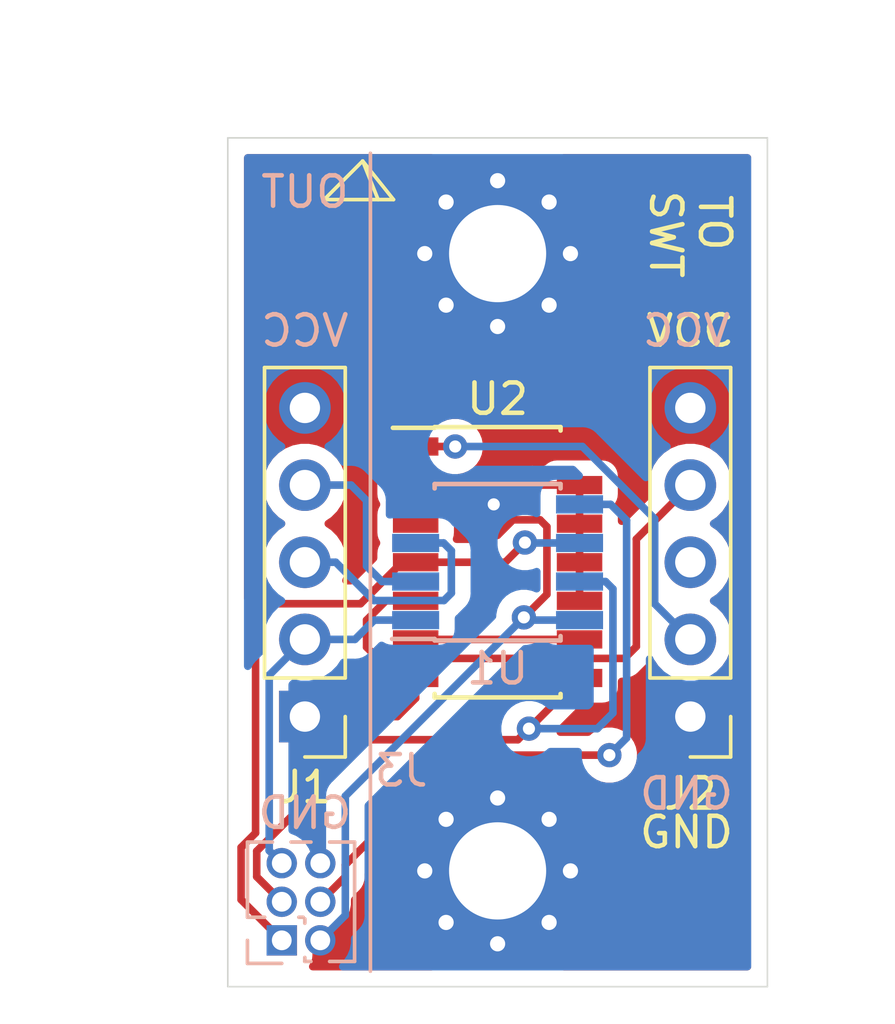
<source format=kicad_pcb>
(kicad_pcb (version 20171130) (host pcbnew "(5.1.10)-1")

  (general
    (thickness 1.6)
    (drawings 19)
    (tracks 101)
    (zones 0)
    (modules 7)
    (nets 14)
  )

  (page A4)
  (layers
    (0 F.Cu signal)
    (31 B.Cu signal)
    (32 B.Adhes user)
    (33 F.Adhes user)
    (34 B.Paste user)
    (35 F.Paste user)
    (36 B.SilkS user)
    (37 F.SilkS user)
    (38 B.Mask user)
    (39 F.Mask user)
    (40 Dwgs.User user)
    (41 Cmts.User user)
    (42 Eco1.User user)
    (43 Eco2.User user)
    (44 Edge.Cuts user)
    (45 Margin user)
    (46 B.CrtYd user)
    (47 F.CrtYd user)
    (48 B.Fab user)
    (49 F.Fab user)
  )

  (setup
    (last_trace_width 0.25)
    (user_trace_width 0.5)
    (trace_clearance 0.2)
    (zone_clearance 0.508)
    (zone_45_only no)
    (trace_min 0.2)
    (via_size 0.8)
    (via_drill 0.4)
    (via_min_size 0.4)
    (via_min_drill 0.3)
    (uvia_size 0.3)
    (uvia_drill 0.1)
    (uvias_allowed no)
    (uvia_min_size 0.2)
    (uvia_min_drill 0.1)
    (edge_width 0.05)
    (segment_width 0.2)
    (pcb_text_width 0.3)
    (pcb_text_size 1.5 1.5)
    (mod_edge_width 0.12)
    (mod_text_size 1 1)
    (mod_text_width 0.15)
    (pad_size 1.524 1.524)
    (pad_drill 0.762)
    (pad_to_mask_clearance 0)
    (aux_axis_origin 0 0)
    (visible_elements 7FFFFFFF)
    (pcbplotparams
      (layerselection 0x010fc_ffffffff)
      (usegerberextensions false)
      (usegerberattributes true)
      (usegerberadvancedattributes true)
      (creategerberjobfile true)
      (excludeedgelayer true)
      (linewidth 0.100000)
      (plotframeref false)
      (viasonmask false)
      (mode 1)
      (useauxorigin false)
      (hpglpennumber 1)
      (hpglpenspeed 20)
      (hpglpendiameter 15.000000)
      (psnegative false)
      (psa4output false)
      (plotreference true)
      (plotvalue true)
      (plotinvisibletext false)
      (padsonsilk false)
      (subtractmaskfromsilk false)
      (outputformat 1)
      (mirror false)
      (drillshape 0)
      (scaleselection 1)
      (outputdirectory "gerberlogic/"))
  )

  (net 0 "")
  (net 1 GND)
  (net 2 VCC)
  (net 3 "Net-(J2-Pad2)")
  (net 4 "Net-(J2-Pad4)")
  (net 5 "Net-(J1-Pad3)")
  (net 6 "Net-(J1-Pad4)")
  (net 7 "Net-(J2-Pad3)")
  (net 8 ISP_RST)
  (net 9 ISP_MISO)
  (net 10 ISP_SCK)
  (net 11 ISP_MOSI)
  (net 12 "Net-(U2-Pad2)")
  (net 13 "Net-(U2-Pad6)")

  (net_class Default "This is the default net class."
    (clearance 0.2)
    (trace_width 0.25)
    (via_dia 0.8)
    (via_drill 0.4)
    (uvia_dia 0.3)
    (uvia_drill 0.1)
    (add_net GND)
    (add_net ISP_MISO)
    (add_net ISP_MOSI)
    (add_net ISP_RST)
    (add_net ISP_SCK)
    (add_net "Net-(J1-Pad3)")
    (add_net "Net-(J1-Pad4)")
    (add_net "Net-(J2-Pad2)")
    (add_net "Net-(J2-Pad3)")
    (add_net "Net-(J2-Pad4)")
    (add_net "Net-(U2-Pad2)")
    (add_net "Net-(U2-Pad6)")
    (add_net VCC)
  )

  (module Housings_SOIC:SOIC-14_3.9x8.7mm_Pitch1.27mm (layer F.Cu) (tedit 58CC8F64) (tstamp 613DA5D3)
    (at 173.355 105.41)
    (descr "14-Lead Plastic Small Outline (SL) - Narrow, 3.90 mm Body [SOIC] (see Microchip Packaging Specification 00000049BS.pdf)")
    (tags "SOIC 1.27")
    (path /613A2DDC)
    (attr smd)
    (fp_text reference U2 (at 0 -5.375) (layer F.SilkS)
      (effects (font (size 1 1) (thickness 0.15)))
    )
    (fp_text value 74LS14 (at 0 5.375) (layer F.Fab)
      (effects (font (size 1 1) (thickness 0.15)))
    )
    (fp_line (start -2.075 -4.425) (end -3.45 -4.425) (layer F.SilkS) (width 0.15))
    (fp_line (start -2.075 4.45) (end 2.075 4.45) (layer F.SilkS) (width 0.15))
    (fp_line (start -2.075 -4.45) (end 2.075 -4.45) (layer F.SilkS) (width 0.15))
    (fp_line (start -2.075 4.45) (end -2.075 4.335) (layer F.SilkS) (width 0.15))
    (fp_line (start 2.075 4.45) (end 2.075 4.335) (layer F.SilkS) (width 0.15))
    (fp_line (start 2.075 -4.45) (end 2.075 -4.335) (layer F.SilkS) (width 0.15))
    (fp_line (start -2.075 -4.45) (end -2.075 -4.425) (layer F.SilkS) (width 0.15))
    (fp_line (start -3.7 4.65) (end 3.7 4.65) (layer F.CrtYd) (width 0.05))
    (fp_line (start -3.7 -4.65) (end 3.7 -4.65) (layer F.CrtYd) (width 0.05))
    (fp_line (start 3.7 -4.65) (end 3.7 4.65) (layer F.CrtYd) (width 0.05))
    (fp_line (start -3.7 -4.65) (end -3.7 4.65) (layer F.CrtYd) (width 0.05))
    (fp_line (start -1.95 -3.35) (end -0.95 -4.35) (layer F.Fab) (width 0.15))
    (fp_line (start -1.95 4.35) (end -1.95 -3.35) (layer F.Fab) (width 0.15))
    (fp_line (start 1.95 4.35) (end -1.95 4.35) (layer F.Fab) (width 0.15))
    (fp_line (start 1.95 -4.35) (end 1.95 4.35) (layer F.Fab) (width 0.15))
    (fp_line (start -0.95 -4.35) (end 1.95 -4.35) (layer F.Fab) (width 0.15))
    (fp_text user %R (at 0 0) (layer F.Fab)
      (effects (font (size 0.9 0.9) (thickness 0.135)))
    )
    (pad 1 smd rect (at -2.7 -3.81) (size 1.5 0.6) (layers F.Cu F.Paste F.Mask)
      (net 3 "Net-(J2-Pad2)"))
    (pad 2 smd rect (at -2.7 -2.54) (size 1.5 0.6) (layers F.Cu F.Paste F.Mask)
      (net 12 "Net-(U2-Pad2)"))
    (pad 3 smd rect (at -2.7 -1.27) (size 1.5 0.6) (layers F.Cu F.Paste F.Mask)
      (net 12 "Net-(U2-Pad2)"))
    (pad 4 smd rect (at -2.7 0) (size 1.5 0.6) (layers F.Cu F.Paste F.Mask)
      (net 9 ISP_MISO))
    (pad 5 smd rect (at -2.7 1.27) (size 1.5 0.6) (layers F.Cu F.Paste F.Mask)
      (net 4 "Net-(J2-Pad4)"))
    (pad 6 smd rect (at -2.7 2.54) (size 1.5 0.6) (layers F.Cu F.Paste F.Mask)
      (net 13 "Net-(U2-Pad6)"))
    (pad 7 smd rect (at -2.7 3.81) (size 1.5 0.6) (layers F.Cu F.Paste F.Mask)
      (net 1 GND))
    (pad 8 smd rect (at 2.7 3.81) (size 1.5 0.6) (layers F.Cu F.Paste F.Mask)
      (net 10 ISP_SCK))
    (pad 9 smd rect (at 2.7 2.54) (size 1.5 0.6) (layers F.Cu F.Paste F.Mask)
      (net 13 "Net-(U2-Pad6)"))
    (pad 10 smd rect (at 2.7 1.27) (size 1.5 0.6) (layers F.Cu F.Paste F.Mask)
      (net 1 GND))
    (pad 11 smd rect (at 2.7 0) (size 1.5 0.6) (layers F.Cu F.Paste F.Mask)
      (net 1 GND))
    (pad 12 smd rect (at 2.7 -1.27) (size 1.5 0.6) (layers F.Cu F.Paste F.Mask)
      (net 1 GND))
    (pad 13 smd rect (at 2.7 -2.54) (size 1.5 0.6) (layers F.Cu F.Paste F.Mask)
      (net 1 GND))
    (pad 14 smd rect (at 2.7 -3.81) (size 1.5 0.6) (layers F.Cu F.Paste F.Mask)
      (net 2 VCC))
    (model ${KISYS3DMOD}/Housings_SOIC.3dshapes/SOIC-14_3.9x8.7mm_Pitch1.27mm.wrl
      (at (xyz 0 0 0))
      (scale (xyz 1 1 1))
      (rotate (xyz 0 0 0))
    )
  )

  (module Housings_SOIC:SOIC-8_3.9x4.9mm_Pitch1.27mm (layer B.Cu) (tedit 58CD0CDA) (tstamp 613D6396)
    (at 173.355 105.41)
    (descr "8-Lead Plastic Small Outline (SN) - Narrow, 3.90 mm Body [SOIC] (see Microchip Packaging Specification 00000049BS.pdf)")
    (tags "SOIC 1.27")
    (path /613E0BCC)
    (attr smd)
    (fp_text reference U1 (at 0 3.5) (layer B.SilkS)
      (effects (font (size 1 1) (thickness 0.15)) (justify mirror))
    )
    (fp_text value ATtiny85V-10S (at 0 -3.5) (layer B.Fab)
      (effects (font (size 1 1) (thickness 0.15)) (justify mirror))
    )
    (fp_line (start -2.075 2.525) (end -3.475 2.525) (layer B.SilkS) (width 0.15))
    (fp_line (start -2.075 -2.575) (end 2.075 -2.575) (layer B.SilkS) (width 0.15))
    (fp_line (start -2.075 2.575) (end 2.075 2.575) (layer B.SilkS) (width 0.15))
    (fp_line (start -2.075 -2.575) (end -2.075 -2.43) (layer B.SilkS) (width 0.15))
    (fp_line (start 2.075 -2.575) (end 2.075 -2.43) (layer B.SilkS) (width 0.15))
    (fp_line (start 2.075 2.575) (end 2.075 2.43) (layer B.SilkS) (width 0.15))
    (fp_line (start -2.075 2.575) (end -2.075 2.525) (layer B.SilkS) (width 0.15))
    (fp_line (start -3.73 -2.7) (end 3.73 -2.7) (layer B.CrtYd) (width 0.05))
    (fp_line (start -3.73 2.7) (end 3.73 2.7) (layer B.CrtYd) (width 0.05))
    (fp_line (start 3.73 2.7) (end 3.73 -2.7) (layer B.CrtYd) (width 0.05))
    (fp_line (start -3.73 2.7) (end -3.73 -2.7) (layer B.CrtYd) (width 0.05))
    (fp_line (start -1.95 1.45) (end -0.95 2.45) (layer B.Fab) (width 0.1))
    (fp_line (start -1.95 -2.45) (end -1.95 1.45) (layer B.Fab) (width 0.1))
    (fp_line (start 1.95 -2.45) (end -1.95 -2.45) (layer B.Fab) (width 0.1))
    (fp_line (start 1.95 2.45) (end 1.95 -2.45) (layer B.Fab) (width 0.1))
    (fp_line (start -0.95 2.45) (end 1.95 2.45) (layer B.Fab) (width 0.1))
    (fp_text user %R (at 0 0) (layer B.Fab)
      (effects (font (size 1 1) (thickness 0.15)) (justify mirror))
    )
    (pad 1 smd rect (at -2.7 1.905) (size 1.55 0.6) (layers B.Cu B.Paste B.Mask)
      (net 8 ISP_RST))
    (pad 2 smd rect (at -2.7 0.635) (size 1.55 0.6) (layers B.Cu B.Paste B.Mask)
      (net 6 "Net-(J1-Pad4)"))
    (pad 3 smd rect (at -2.7 -0.635) (size 1.55 0.6) (layers B.Cu B.Paste B.Mask)
      (net 5 "Net-(J1-Pad3)"))
    (pad 4 smd rect (at -2.7 -1.905) (size 1.55 0.6) (layers B.Cu B.Paste B.Mask)
      (net 1 GND))
    (pad 5 smd rect (at 2.7 -1.905) (size 1.55 0.6) (layers B.Cu B.Paste B.Mask)
      (net 11 ISP_MOSI))
    (pad 6 smd rect (at 2.7 -0.635) (size 1.55 0.6) (layers B.Cu B.Paste B.Mask)
      (net 9 ISP_MISO))
    (pad 7 smd rect (at 2.7 0.635) (size 1.55 0.6) (layers B.Cu B.Paste B.Mask)
      (net 10 ISP_SCK))
    (pad 8 smd rect (at 2.7 1.905) (size 1.55 0.6) (layers B.Cu B.Paste B.Mask)
      (net 2 VCC))
    (model ${KISYS3DMOD}/Housings_SOIC.3dshapes/SOIC-8_3.9x4.9mm_Pitch1.27mm.wrl
      (at (xyz 0 0 0))
      (scale (xyz 1 1 1))
      (rotate (xyz 0 0 0))
    )
  )

  (module Pin_Headers:Pin_Header_Straight_2x03_Pitch1.27mm (layer B.Cu) (tedit 59650536) (tstamp 613D6716)
    (at 166.243 117.856)
    (descr "Through hole straight pin header, 2x03, 1.27mm pitch, double rows")
    (tags "Through hole pin header THT 2x03 1.27mm double row")
    (path /613F69EE)
    (fp_text reference J3 (at 3.937 -5.588) (layer B.SilkS)
      (effects (font (size 1 1) (thickness 0.15)) (justify mirror))
    )
    (fp_text value Conn_02x03_Odd_Even (at 0.635 -4.235) (layer B.Fab)
      (effects (font (size 1 1) (thickness 0.15)) (justify mirror))
    )
    (fp_line (start 2.85 1.15) (end -1.6 1.15) (layer B.CrtYd) (width 0.05))
    (fp_line (start 2.85 -3.7) (end 2.85 1.15) (layer B.CrtYd) (width 0.05))
    (fp_line (start -1.6 -3.7) (end 2.85 -3.7) (layer B.CrtYd) (width 0.05))
    (fp_line (start -1.6 1.15) (end -1.6 -3.7) (layer B.CrtYd) (width 0.05))
    (fp_line (start -1.13 0.76) (end 0 0.76) (layer B.SilkS) (width 0.12))
    (fp_line (start -1.13 0) (end -1.13 0.76) (layer B.SilkS) (width 0.12))
    (fp_line (start 1.57753 0.695) (end 2.4 0.695) (layer B.SilkS) (width 0.12))
    (fp_line (start 0.76 0.695) (end 0.96247 0.695) (layer B.SilkS) (width 0.12))
    (fp_line (start 0.76 0.563471) (end 0.76 0.695) (layer B.SilkS) (width 0.12))
    (fp_line (start 0.76 -0.706529) (end 0.76 -0.563471) (layer B.SilkS) (width 0.12))
    (fp_line (start 0.563471 -0.76) (end 0.706529 -0.76) (layer B.SilkS) (width 0.12))
    (fp_line (start -1.13 -0.76) (end -0.563471 -0.76) (layer B.SilkS) (width 0.12))
    (fp_line (start 2.4 0.695) (end 2.4 -3.235) (layer B.SilkS) (width 0.12))
    (fp_line (start -1.13 -0.76) (end -1.13 -3.235) (layer B.SilkS) (width 0.12))
    (fp_line (start 0.30753 -3.235) (end 0.96247 -3.235) (layer B.SilkS) (width 0.12))
    (fp_line (start 1.57753 -3.235) (end 2.4 -3.235) (layer B.SilkS) (width 0.12))
    (fp_line (start -1.13 -3.235) (end -0.30753 -3.235) (layer B.SilkS) (width 0.12))
    (fp_line (start -1.07 -0.2175) (end -0.2175 0.635) (layer B.Fab) (width 0.1))
    (fp_line (start -1.07 -3.175) (end -1.07 -0.2175) (layer B.Fab) (width 0.1))
    (fp_line (start 2.34 -3.175) (end -1.07 -3.175) (layer B.Fab) (width 0.1))
    (fp_line (start 2.34 0.635) (end 2.34 -3.175) (layer B.Fab) (width 0.1))
    (fp_line (start -0.2175 0.635) (end 2.34 0.635) (layer B.Fab) (width 0.1))
    (fp_text user %R (at 0.635 -1.27 -90) (layer B.Fab)
      (effects (font (size 1 1) (thickness 0.15)) (justify mirror))
    )
    (pad 1 thru_hole rect (at 0 0) (size 1 1) (drill 0.65) (layers *.Cu *.Mask)
      (net 9 ISP_MISO))
    (pad 2 thru_hole oval (at 1.27 0) (size 1 1) (drill 0.65) (layers *.Cu *.Mask)
      (net 2 VCC))
    (pad 3 thru_hole oval (at 0 -1.27) (size 1 1) (drill 0.65) (layers *.Cu *.Mask)
      (net 10 ISP_SCK))
    (pad 4 thru_hole oval (at 1.27 -1.27) (size 1 1) (drill 0.65) (layers *.Cu *.Mask)
      (net 11 ISP_MOSI))
    (pad 5 thru_hole oval (at 0 -2.54) (size 1 1) (drill 0.65) (layers *.Cu *.Mask)
      (net 8 ISP_RST))
    (pad 6 thru_hole oval (at 1.27 -2.54) (size 1 1) (drill 0.65) (layers *.Cu *.Mask)
      (net 1 GND))
    (model ${KISYS3DMOD}/Pin_Headers.3dshapes/Pin_Header_Straight_2x03_Pitch1.27mm.wrl
      (at (xyz 0 0 0))
      (scale (xyz 1 1 1))
      (rotate (xyz 0 0 0))
    )
  )

  (module Pin_Headers:Pin_Header_Straight_1x05_Pitch2.54mm (layer F.Cu) (tedit 59650532) (tstamp 61370BAC)
    (at 179.705 110.49 180)
    (descr "Through hole straight pin header, 1x05, 2.54mm pitch, single row")
    (tags "Through hole pin header THT 1x05 2.54mm single row")
    (path /613735F9)
    (fp_text reference J2 (at 0 -2.54) (layer F.SilkS)
      (effects (font (size 1 1) (thickness 0.15)))
    )
    (fp_text value Conn_01x05_Male (at 0 12.49) (layer F.Fab)
      (effects (font (size 1 1) (thickness 0.15)))
    )
    (fp_line (start -0.635 -1.27) (end 1.27 -1.27) (layer F.Fab) (width 0.1))
    (fp_line (start 1.27 -1.27) (end 1.27 11.43) (layer F.Fab) (width 0.1))
    (fp_line (start 1.27 11.43) (end -1.27 11.43) (layer F.Fab) (width 0.1))
    (fp_line (start -1.27 11.43) (end -1.27 -0.635) (layer F.Fab) (width 0.1))
    (fp_line (start -1.27 -0.635) (end -0.635 -1.27) (layer F.Fab) (width 0.1))
    (fp_line (start -1.33 11.49) (end 1.33 11.49) (layer F.SilkS) (width 0.12))
    (fp_line (start -1.33 1.27) (end -1.33 11.49) (layer F.SilkS) (width 0.12))
    (fp_line (start 1.33 1.27) (end 1.33 11.49) (layer F.SilkS) (width 0.12))
    (fp_line (start -1.33 1.27) (end 1.33 1.27) (layer F.SilkS) (width 0.12))
    (fp_line (start -1.33 0) (end -1.33 -1.33) (layer F.SilkS) (width 0.12))
    (fp_line (start -1.33 -1.33) (end 0 -1.33) (layer F.SilkS) (width 0.12))
    (fp_line (start -1.8 -1.8) (end -1.8 11.95) (layer F.CrtYd) (width 0.05))
    (fp_line (start -1.8 11.95) (end 1.8 11.95) (layer F.CrtYd) (width 0.05))
    (fp_line (start 1.8 11.95) (end 1.8 -1.8) (layer F.CrtYd) (width 0.05))
    (fp_line (start 1.8 -1.8) (end -1.8 -1.8) (layer F.CrtYd) (width 0.05))
    (fp_text user %R (at 0 5.08 90) (layer F.Fab)
      (effects (font (size 1 1) (thickness 0.15)))
    )
    (pad 1 thru_hole rect (at 0 0 180) (size 1.7 1.7) (drill 1) (layers *.Cu *.Mask)
      (net 1 GND))
    (pad 2 thru_hole oval (at 0 2.54 180) (size 1.7 1.7) (drill 1) (layers *.Cu *.Mask)
      (net 3 "Net-(J2-Pad2)"))
    (pad 3 thru_hole oval (at 0 5.08 180) (size 1.7 1.7) (drill 1) (layers *.Cu *.Mask)
      (net 7 "Net-(J2-Pad3)"))
    (pad 4 thru_hole oval (at 0 7.62 180) (size 1.7 1.7) (drill 1) (layers *.Cu *.Mask)
      (net 4 "Net-(J2-Pad4)"))
    (pad 5 thru_hole oval (at 0 10.16 180) (size 1.7 1.7) (drill 1) (layers *.Cu *.Mask)
      (net 2 VCC))
    (model ${KISYS3DMOD}/Pin_Headers.3dshapes/Pin_Header_Straight_1x05_Pitch2.54mm.wrl
      (offset (xyz 0 -5 0))
      (scale (xyz 1 1 1))
      (rotate (xyz 0 0 -90))
    )
  )

  (module Pin_Headers:Pin_Header_Straight_1x05_Pitch2.54mm (layer F.Cu) (tedit 59650532) (tstamp 61370BA9)
    (at 167.005 110.49 180)
    (descr "Through hole straight pin header, 1x05, 2.54mm pitch, single row")
    (tags "Through hole pin header THT 1x05 2.54mm single row")
    (path /613708C3)
    (fp_text reference J1 (at 0 -2.33) (layer F.SilkS)
      (effects (font (size 1 1) (thickness 0.15)))
    )
    (fp_text value Conn_01x05_Male (at 0 12.49) (layer F.Fab)
      (effects (font (size 1 1) (thickness 0.15)))
    )
    (fp_line (start -0.635 -1.27) (end 1.27 -1.27) (layer F.Fab) (width 0.1))
    (fp_line (start 1.27 -1.27) (end 1.27 11.43) (layer F.Fab) (width 0.1))
    (fp_line (start 1.27 11.43) (end -1.27 11.43) (layer F.Fab) (width 0.1))
    (fp_line (start -1.27 11.43) (end -1.27 -0.635) (layer F.Fab) (width 0.1))
    (fp_line (start -1.27 -0.635) (end -0.635 -1.27) (layer F.Fab) (width 0.1))
    (fp_line (start -1.33 11.49) (end 1.33 11.49) (layer F.SilkS) (width 0.12))
    (fp_line (start -1.33 1.27) (end -1.33 11.49) (layer F.SilkS) (width 0.12))
    (fp_line (start 1.33 1.27) (end 1.33 11.49) (layer F.SilkS) (width 0.12))
    (fp_line (start -1.33 1.27) (end 1.33 1.27) (layer F.SilkS) (width 0.12))
    (fp_line (start -1.33 0) (end -1.33 -1.33) (layer F.SilkS) (width 0.12))
    (fp_line (start -1.33 -1.33) (end 0 -1.33) (layer F.SilkS) (width 0.12))
    (fp_line (start -1.8 -1.8) (end -1.8 11.95) (layer F.CrtYd) (width 0.05))
    (fp_line (start -1.8 11.95) (end 1.8 11.95) (layer F.CrtYd) (width 0.05))
    (fp_line (start 1.8 11.95) (end 1.8 -1.8) (layer F.CrtYd) (width 0.05))
    (fp_line (start 1.8 -1.8) (end -1.8 -1.8) (layer F.CrtYd) (width 0.05))
    (fp_text user %R (at 0 5.08 90) (layer F.Fab)
      (effects (font (size 1 1) (thickness 0.15)))
    )
    (pad 1 thru_hole rect (at 0 0 180) (size 1.7 1.7) (drill 1) (layers *.Cu *.Mask)
      (net 1 GND))
    (pad 2 thru_hole oval (at 0 2.54 180) (size 1.7 1.7) (drill 1) (layers *.Cu *.Mask)
      (net 8 ISP_RST))
    (pad 3 thru_hole oval (at 0 5.08 180) (size 1.7 1.7) (drill 1) (layers *.Cu *.Mask)
      (net 5 "Net-(J1-Pad3)"))
    (pad 4 thru_hole oval (at 0 7.62 180) (size 1.7 1.7) (drill 1) (layers *.Cu *.Mask)
      (net 6 "Net-(J1-Pad4)"))
    (pad 5 thru_hole oval (at 0 10.16 180) (size 1.7 1.7) (drill 1) (layers *.Cu *.Mask)
      (net 2 VCC))
    (model ${KISYS3DMOD}/Pin_Headers.3dshapes/Pin_Header_Straight_1x05_Pitch2.54mm.wrl
      (offset (xyz 0 -5 -1.5))
      (scale (xyz 1 1 1))
      (rotate (xyz -180 0 -90))
    )
  )

  (module Mounting_Holes:MountingHole_3.2mm_M3_Pad_Via (layer F.Cu) (tedit 56DDBCCA) (tstamp 61370BA6)
    (at 173.355 115.57)
    (descr "Mounting Hole 3.2mm, M3")
    (tags "mounting hole 3.2mm m3")
    (path /613764B6)
    (attr virtual)
    (fp_text reference H2 (at 0 -4.2) (layer F.SilkS) hide
      (effects (font (size 1 1) (thickness 0.15)))
    )
    (fp_text value MountingHole_Pad (at 0 4.2) (layer F.Fab)
      (effects (font (size 1 1) (thickness 0.15)))
    )
    (fp_circle (center 0 0) (end 3.2 0) (layer Cmts.User) (width 0.15))
    (fp_circle (center 0 0) (end 3.45 0) (layer F.CrtYd) (width 0.05))
    (fp_text user %R (at 0.3 0) (layer F.Fab)
      (effects (font (size 1 1) (thickness 0.15)))
    )
    (pad 1 thru_hole circle (at 0 0) (size 6.4 6.4) (drill 3.2) (layers *.Cu *.Mask)
      (net 1 GND))
    (pad 1 thru_hole circle (at 2.4 0) (size 0.8 0.8) (drill 0.5) (layers *.Cu *.Mask)
      (net 1 GND))
    (pad 1 thru_hole circle (at 1.697056 1.697056) (size 0.8 0.8) (drill 0.5) (layers *.Cu *.Mask)
      (net 1 GND))
    (pad 1 thru_hole circle (at 0 2.4) (size 0.8 0.8) (drill 0.5) (layers *.Cu *.Mask)
      (net 1 GND))
    (pad 1 thru_hole circle (at -1.697056 1.697056) (size 0.8 0.8) (drill 0.5) (layers *.Cu *.Mask)
      (net 1 GND))
    (pad 1 thru_hole circle (at -2.4 0) (size 0.8 0.8) (drill 0.5) (layers *.Cu *.Mask)
      (net 1 GND))
    (pad 1 thru_hole circle (at -1.697056 -1.697056) (size 0.8 0.8) (drill 0.5) (layers *.Cu *.Mask)
      (net 1 GND))
    (pad 1 thru_hole circle (at 0 -2.4) (size 0.8 0.8) (drill 0.5) (layers *.Cu *.Mask)
      (net 1 GND))
    (pad 1 thru_hole circle (at 1.697056 -1.697056) (size 0.8 0.8) (drill 0.5) (layers *.Cu *.Mask)
      (net 1 GND))
  )

  (module Mounting_Holes:MountingHole_3.2mm_M3_Pad_Via (layer F.Cu) (tedit 56DDBCCA) (tstamp 61370BA3)
    (at 173.355 95.25)
    (descr "Mounting Hole 3.2mm, M3")
    (tags "mounting hole 3.2mm m3")
    (path /61375F74)
    (attr virtual)
    (fp_text reference H1 (at 0 -4.2) (layer F.SilkS) hide
      (effects (font (size 1 1) (thickness 0.15)))
    )
    (fp_text value MountingHole_Pad (at 0 4.2) (layer F.Fab)
      (effects (font (size 1 1) (thickness 0.15)))
    )
    (fp_circle (center 0 0) (end 3.2 0) (layer Cmts.User) (width 0.15))
    (fp_circle (center 0 0) (end 3.45 0) (layer F.CrtYd) (width 0.05))
    (fp_text user %R (at 0.3 0) (layer F.Fab)
      (effects (font (size 1 1) (thickness 0.15)))
    )
    (pad 1 thru_hole circle (at 0 0) (size 6.4 6.4) (drill 3.2) (layers *.Cu *.Mask)
      (net 1 GND))
    (pad 1 thru_hole circle (at 2.4 0) (size 0.8 0.8) (drill 0.5) (layers *.Cu *.Mask)
      (net 1 GND))
    (pad 1 thru_hole circle (at 1.697056 1.697056) (size 0.8 0.8) (drill 0.5) (layers *.Cu *.Mask)
      (net 1 GND))
    (pad 1 thru_hole circle (at 0 2.4) (size 0.8 0.8) (drill 0.5) (layers *.Cu *.Mask)
      (net 1 GND))
    (pad 1 thru_hole circle (at -1.697056 1.697056) (size 0.8 0.8) (drill 0.5) (layers *.Cu *.Mask)
      (net 1 GND))
    (pad 1 thru_hole circle (at -2.4 0) (size 0.8 0.8) (drill 0.5) (layers *.Cu *.Mask)
      (net 1 GND))
    (pad 1 thru_hole circle (at -1.697056 -1.697056) (size 0.8 0.8) (drill 0.5) (layers *.Cu *.Mask)
      (net 1 GND))
    (pad 1 thru_hole circle (at 0 -2.4) (size 0.8 0.8) (drill 0.5) (layers *.Cu *.Mask)
      (net 1 GND))
    (pad 1 thru_hole circle (at 1.697056 -1.697056) (size 0.8 0.8) (drill 0.5) (layers *.Cu *.Mask)
      (net 1 GND))
  )

  (gr_line (start 169.164 118.872) (end 169.164 91.948) (layer B.SilkS) (width 0.12))
  (gr_text GND (at 179.578 113.03) (layer B.SilkS) (tstamp 61372108)
    (effects (font (size 1 1) (thickness 0.15)) (justify mirror))
  )
  (gr_text VCC (at 179.578 97.79) (layer B.SilkS) (tstamp 61372104)
    (effects (font (size 1 1) (thickness 0.15)) (justify mirror))
  )
  (gr_line (start 168.91 92.202) (end 169.418 93.472) (layer F.SilkS) (width 0.12))
  (gr_line (start 169.926 93.472) (end 167.64 93.472) (layer F.SilkS) (width 0.12) (tstamp 61371E16))
  (gr_line (start 168.91 92.202) (end 169.926 93.472) (layer F.SilkS) (width 0.12))
  (gr_line (start 167.64 93.472) (end 168.91 92.202) (layer F.SilkS) (width 0.12))
  (gr_text "TO \nSWT" (at 179.705 94.615 -90) (layer F.SilkS)
    (effects (font (size 1 1) (thickness 0.15)))
  )
  (gr_text OUT (at 167.005 93.218) (layer B.SilkS)
    (effects (font (size 1 1) (thickness 0.15)) (justify mirror))
  )
  (gr_text GND (at 179.578 114.3) (layer F.SilkS) (tstamp 61371A87)
    (effects (font (size 1 1) (thickness 0.15)))
  )
  (gr_text VCC (at 179.705 97.79) (layer F.SilkS) (tstamp 61371A83)
    (effects (font (size 1 1) (thickness 0.15)))
  )
  (gr_text GND (at 167.005 113.665) (layer B.SilkS) (tstamp 61371A17)
    (effects (font (size 1 1) (thickness 0.15)) (justify mirror))
  )
  (gr_text VCC (at 167.005 97.79) (layer B.SilkS)
    (effects (font (size 1 1) (thickness 0.15)) (justify mirror))
  )
  (dimension 27.94 (width 0.15) (layer Dwgs.User)
    (gr_text "27.940 mm" (at 160.625 105.41 270) (layer Dwgs.User)
      (effects (font (size 1 1) (thickness 0.15)))
    )
    (feature1 (pts (xy 164.465 119.38) (xy 161.338579 119.38)))
    (feature2 (pts (xy 164.465 91.44) (xy 161.338579 91.44)))
    (crossbar (pts (xy 161.925 91.44) (xy 161.925 119.38)))
    (arrow1a (pts (xy 161.925 119.38) (xy 161.338579 118.253496)))
    (arrow1b (pts (xy 161.925 119.38) (xy 162.511421 118.253496)))
    (arrow2a (pts (xy 161.925 91.44) (xy 161.338579 92.566504)))
    (arrow2b (pts (xy 161.925 91.44) (xy 162.511421 92.566504)))
  )
  (dimension 17.78 (width 0.15) (layer Dwgs.User)
    (gr_text "17.780 mm" (at 173.355 87.6) (layer Dwgs.User)
      (effects (font (size 1 1) (thickness 0.15)))
    )
    (feature1 (pts (xy 182.245 91.44) (xy 182.245 88.313579)))
    (feature2 (pts (xy 164.465 91.44) (xy 164.465 88.313579)))
    (crossbar (pts (xy 164.465 88.9) (xy 182.245 88.9)))
    (arrow1a (pts (xy 182.245 88.9) (xy 181.118496 89.486421)))
    (arrow1b (pts (xy 182.245 88.9) (xy 181.118496 88.313579)))
    (arrow2a (pts (xy 164.465 88.9) (xy 165.591504 89.486421)))
    (arrow2b (pts (xy 164.465 88.9) (xy 165.591504 88.313579)))
  )
  (gr_line (start 182.245 91.44) (end 182.245 119.38) (layer Edge.Cuts) (width 0.05) (tstamp 61360B3C))
  (gr_line (start 182.245 119.38) (end 164.465 119.38) (layer Edge.Cuts) (width 0.05) (tstamp 61360B3A))
  (gr_line (start 164.465 119.38) (end 164.465 91.44) (layer Edge.Cuts) (width 0.05) (tstamp 61360B37))
  (gr_line (start 164.465 91.44) (end 182.245 91.44) (layer Edge.Cuts) (width 0.05) (tstamp 61360B36))

  (segment (start 167.005 110.49) (end 170.053 110.49) (width 0.25) (layer F.Cu) (net 1))
  (segment (start 170.655 109.888) (end 170.655 109.22) (width 0.25) (layer F.Cu) (net 1))
  (segment (start 170.053 110.49) (end 170.655 109.888) (width 0.25) (layer F.Cu) (net 1))
  (segment (start 176.055 106.68) (end 176.055 105.41) (width 0.25) (layer F.Cu) (net 1))
  (segment (start 176.055 105.41) (end 176.055 104.14) (width 0.25) (layer F.Cu) (net 1))
  (segment (start 176.055 104.14) (end 176.055 102.87) (width 0.25) (layer F.Cu) (net 1))
  (via (at 173.228 103.505) (size 0.8) (drill 0.4) (layers F.Cu B.Cu) (net 1))
  (segment (start 170.655 103.505) (end 173.228 103.505) (width 0.25) (layer B.Cu) (net 1))
  (segment (start 173.228 103.505) (end 173.863 103.505) (width 0.25) (layer F.Cu) (net 1))
  (segment (start 174.498 102.87) (end 176.055 102.87) (width 0.25) (layer F.Cu) (net 1))
  (segment (start 173.863 103.505) (end 174.498 102.87) (width 0.25) (layer F.Cu) (net 1))
  (segment (start 173.228 106.80559) (end 173.228 103.505) (width 0.25) (layer B.Cu) (net 1))
  (segment (start 167.005 110.49) (end 169.54359 110.49) (width 0.25) (layer B.Cu) (net 1))
  (segment (start 169.54359 110.49) (end 173.228 106.80559) (width 0.25) (layer B.Cu) (net 1))
  (segment (start 172.593 104.521) (end 173.355 104.521) (width 0.25) (layer F.Cu) (net 2))
  (segment (start 167.513 117.856) (end 168.338001 117.030999) (width 0.25) (layer B.Cu) (net 2))
  (segment (start 174.979999 104.240999) (end 174.979999 106.465589) (width 0.25) (layer F.Cu) (net 2))
  (segment (start 174.979999 106.465589) (end 174.220598 107.22499) (width 0.25) (layer F.Cu) (net 2))
  (segment (start 168.338001 117.030999) (end 168.338001 113.107587) (width 0.25) (layer B.Cu) (net 2))
  (segment (start 176.055 107.315) (end 174.310608 107.315) (width 0.25) (layer B.Cu) (net 2))
  (segment (start 174.310608 107.315) (end 174.220598 107.22499) (width 0.25) (layer B.Cu) (net 2))
  (segment (start 173.355 104.521) (end 173.863 104.013) (width 0.25) (layer F.Cu) (net 2))
  (via (at 174.220598 107.22499) (size 0.8) (drill 0.4) (layers F.Cu B.Cu) (net 2))
  (segment (start 173.609 101.6) (end 172.339 102.87) (width 0.25) (layer F.Cu) (net 2))
  (segment (start 176.055 101.6) (end 173.609 101.6) (width 0.25) (layer F.Cu) (net 2))
  (segment (start 168.338001 113.107587) (end 174.220598 107.22499) (width 0.25) (layer B.Cu) (net 2))
  (segment (start 173.863 104.013) (end 174.752 104.013) (width 0.25) (layer F.Cu) (net 2))
  (segment (start 172.339 104.267) (end 172.593 104.521) (width 0.25) (layer F.Cu) (net 2))
  (segment (start 174.752 104.013) (end 174.979999 104.240999) (width 0.25) (layer F.Cu) (net 2))
  (segment (start 172.339 102.87) (end 172.339 104.267) (width 0.25) (layer F.Cu) (net 2))
  (segment (start 178.529999 103.980999) (end 176.149 101.6) (width 0.25) (layer B.Cu) (net 3))
  (segment (start 176.149 101.6) (end 171.958 101.6) (width 0.25) (layer B.Cu) (net 3))
  (segment (start 178.529999 106.774999) (end 178.529999 103.980999) (width 0.25) (layer B.Cu) (net 3))
  (segment (start 179.705 107.95) (end 178.529999 106.774999) (width 0.25) (layer B.Cu) (net 3))
  (segment (start 171.958 101.6) (end 171.958 101.6) (width 0.25) (layer B.Cu) (net 3) (tstamp 613DB2E9))
  (via (at 171.958 101.6) (size 0.8) (drill 0.4) (layers F.Cu B.Cu) (net 3))
  (segment (start 170.655 101.6) (end 171.958 101.6) (width 0.25) (layer F.Cu) (net 3))
  (segment (start 179.07 102.87) (end 179.705 102.87) (width 0.25) (layer F.Cu) (net 4))
  (segment (start 169.672 106.68) (end 170.655 106.68) (width 0.25) (layer F.Cu) (net 4))
  (segment (start 169.037 107.315) (end 169.672 106.68) (width 0.25) (layer F.Cu) (net 4))
  (segment (start 169.037 108.204) (end 169.037 107.315) (width 0.25) (layer F.Cu) (net 4))
  (segment (start 169.408001 108.575001) (end 169.037 108.204) (width 0.25) (layer F.Cu) (net 4))
  (segment (start 177.536001 108.575001) (end 169.408001 108.575001) (width 0.25) (layer F.Cu) (net 4))
  (segment (start 177.927 108.184002) (end 177.536001 108.575001) (width 0.25) (layer F.Cu) (net 4))
  (segment (start 177.927 104.648) (end 177.927 108.184002) (width 0.25) (layer F.Cu) (net 4))
  (segment (start 179.705 102.87) (end 177.927 104.648) (width 0.25) (layer F.Cu) (net 4))
  (segment (start 168.021 105.41) (end 167.005 105.41) (width 0.25) (layer B.Cu) (net 5))
  (segment (start 170.655 104.775) (end 171.577 104.775) (width 0.25) (layer B.Cu) (net 5))
  (segment (start 171.586999 106.670001) (end 169.281001 106.670001) (width 0.25) (layer B.Cu) (net 5))
  (segment (start 171.831 105.029) (end 171.831 106.426) (width 0.25) (layer B.Cu) (net 5))
  (segment (start 169.281001 106.670001) (end 168.021 105.41) (width 0.25) (layer B.Cu) (net 5))
  (segment (start 171.577 104.775) (end 171.831 105.029) (width 0.25) (layer B.Cu) (net 5))
  (segment (start 171.831 106.426) (end 171.586999 106.670001) (width 0.25) (layer B.Cu) (net 5))
  (segment (start 170.655 106.045) (end 169.545 106.045) (width 0.25) (layer B.Cu) (net 6))
  (segment (start 169.545 106.045) (end 169.037 105.537) (width 0.25) (layer B.Cu) (net 6))
  (segment (start 169.037 105.537) (end 169.037 103.378) (width 0.25) (layer B.Cu) (net 6))
  (segment (start 168.529 102.87) (end 167.005 102.87) (width 0.25) (layer B.Cu) (net 6))
  (segment (start 169.037 103.378) (end 168.529 102.87) (width 0.25) (layer B.Cu) (net 6))
  (segment (start 170.655 107.315) (end 169.291 107.315) (width 0.25) (layer B.Cu) (net 8))
  (segment (start 168.656 107.95) (end 167.005 107.95) (width 0.25) (layer B.Cu) (net 8))
  (segment (start 169.291 107.315) (end 168.656 107.95) (width 0.25) (layer B.Cu) (net 8))
  (segment (start 165.829999 114.902999) (end 166.243 115.316) (width 0.25) (layer B.Cu) (net 8))
  (segment (start 165.829999 109.125001) (end 165.829999 114.902999) (width 0.25) (layer B.Cu) (net 8))
  (segment (start 167.005 107.95) (end 165.829999 109.125001) (width 0.25) (layer B.Cu) (net 8))
  (segment (start 164.903991 116.516991) (end 166.243 117.856) (width 0.25) (layer F.Cu) (net 9))
  (segment (start 170.655 105.41) (end 170.205 105.41) (width 0.25) (layer F.Cu) (net 9))
  (segment (start 168.840001 106.774999) (end 166.021001 106.774999) (width 0.25) (layer F.Cu) (net 9))
  (segment (start 166.021001 106.774999) (end 165.379988 107.416012) (width 0.25) (layer F.Cu) (net 9))
  (segment (start 170.205 105.41) (end 168.840001 106.774999) (width 0.25) (layer F.Cu) (net 9))
  (segment (start 165.379988 107.416012) (end 165.379988 114.3216) (width 0.25) (layer F.Cu) (net 9))
  (segment (start 165.379988 114.3216) (end 164.903991 114.797597) (width 0.25) (layer F.Cu) (net 9))
  (segment (start 164.903991 114.797597) (end 164.903991 116.516991) (width 0.25) (layer F.Cu) (net 9))
  (segment (start 174.371 104.775) (end 174.371 104.775) (width 0.25) (layer B.Cu) (net 9) (tstamp 613DAFB3))
  (segment (start 176.055 104.775) (end 174.268606 104.775) (width 0.25) (layer B.Cu) (net 9))
  (via (at 174.254989 104.761383) (size 0.8) (drill 0.4) (layers F.Cu B.Cu) (net 9))
  (segment (start 174.268606 104.775) (end 174.254989 104.761383) (width 0.25) (layer B.Cu) (net 9))
  (segment (start 170.655 105.41) (end 173.606372 105.41) (width 0.25) (layer F.Cu) (net 9))
  (segment (start 173.606372 105.41) (end 174.254989 104.761383) (width 0.25) (layer F.Cu) (net 9))
  (segment (start 166.243 116.586) (end 165.417999 115.760999) (width 0.25) (layer F.Cu) (net 10))
  (segment (start 165.417999 114.919999) (end 169.085998 111.252) (width 0.25) (layer F.Cu) (net 10))
  (segment (start 165.417999 115.760999) (end 165.417999 114.919999) (width 0.25) (layer F.Cu) (net 10))
  (segment (start 174.023 111.252) (end 174.3875 110.8875) (width 0.25) (layer F.Cu) (net 10))
  (segment (start 169.085998 111.252) (end 174.023 111.252) (width 0.25) (layer F.Cu) (net 10))
  (segment (start 174.3875 110.8875) (end 176.055 109.22) (width 0.25) (layer F.Cu) (net 10) (tstamp 613DAF33))
  (via (at 174.3875 110.8875) (size 0.8) (drill 0.4) (layers F.Cu B.Cu) (net 10))
  (segment (start 176.055 106.045) (end 176.911 106.045) (width 0.25) (layer B.Cu) (net 10))
  (segment (start 177.155001 106.289001) (end 177.155001 110.372999) (width 0.25) (layer B.Cu) (net 10))
  (segment (start 176.911 106.045) (end 177.155001 106.289001) (width 0.25) (layer B.Cu) (net 10))
  (segment (start 176.6405 110.8875) (end 174.3875 110.8875) (width 0.25) (layer B.Cu) (net 10))
  (segment (start 177.155001 110.372999) (end 176.6405 110.8875) (width 0.25) (layer B.Cu) (net 10))
  (segment (start 168.338001 115.369997) (end 171.947998 111.76) (width 0.25) (layer F.Cu) (net 11))
  (segment (start 168.338001 115.760999) (end 168.338001 115.369997) (width 0.25) (layer F.Cu) (net 11))
  (segment (start 167.513 116.586) (end 168.338001 115.760999) (width 0.25) (layer F.Cu) (net 11))
  (segment (start 171.947998 111.76) (end 177.038 111.76) (width 0.25) (layer F.Cu) (net 11))
  (segment (start 177.038 111.76) (end 177.038 111.76) (width 0.25) (layer F.Cu) (net 11) (tstamp 613DAF2E))
  (via (at 177.038 111.76) (size 0.8) (drill 0.4) (layers F.Cu B.Cu) (net 11))
  (segment (start 177.605012 104.030012) (end 177.605012 111.192988) (width 0.25) (layer B.Cu) (net 11))
  (segment (start 177.605012 111.192988) (end 177.038 111.76) (width 0.25) (layer B.Cu) (net 11))
  (segment (start 177.08 103.505) (end 177.605012 104.030012) (width 0.25) (layer B.Cu) (net 11))
  (segment (start 176.055 103.505) (end 177.08 103.505) (width 0.25) (layer B.Cu) (net 11))
  (segment (start 176.055 107.95) (end 170.655 107.95) (width 0.25) (layer F.Cu) (net 13))

  (zone (net 2) (net_name VCC) (layer F.Cu) (tstamp 6137343D) (hatch edge 0.508)
    (connect_pads yes (clearance 0.508))
    (min_thickness 0.254)
    (fill yes (arc_segments 32) (thermal_gap 0.508) (thermal_bridge_width 0.508))
    (polygon
      (pts
        (xy 182.245 119.38) (xy 164.465 119.38) (xy 164.465 91.44) (xy 182.245 91.44)
      )
    )
    (filled_polygon
      (pts
        (xy 169.52 115.947715) (xy 169.667377 116.688628) (xy 169.956467 117.386554) (xy 170.376161 118.01467) (xy 170.91033 118.548839)
        (xy 171.16649 118.72) (xy 167.265736 118.72) (xy 167.273537 118.710494) (xy 167.332502 118.60018) (xy 167.368812 118.480482)
        (xy 167.381072 118.356) (xy 167.381072 117.716994) (xy 167.401212 117.721) (xy 167.624788 117.721) (xy 167.844067 117.677383)
        (xy 168.050624 117.591824) (xy 168.23652 117.467612) (xy 168.394612 117.30952) (xy 168.518824 117.123624) (xy 168.604383 116.917067)
        (xy 168.648 116.697788) (xy 168.648 116.525802) (xy 168.849005 116.324797) (xy 168.878002 116.301) (xy 168.972975 116.185275)
        (xy 169.043547 116.053246) (xy 169.087004 115.909985) (xy 169.098001 115.798332) (xy 169.098001 115.798331) (xy 169.101678 115.760999)
        (xy 169.098001 115.723666) (xy 169.098001 115.684798) (xy 169.52 115.262799)
      )
    )
    (filled_polygon
      (pts
        (xy 170.91033 92.271161) (xy 170.376161 92.80533) (xy 169.956467 93.433446) (xy 169.667377 94.131372) (xy 169.52 94.872285)
        (xy 169.52 95.627715) (xy 169.667377 96.368628) (xy 169.956467 97.066554) (xy 170.376161 97.69467) (xy 170.91033 98.228839)
        (xy 171.538446 98.648533) (xy 172.236372 98.937623) (xy 172.977285 99.085) (xy 173.732715 99.085) (xy 174.473628 98.937623)
        (xy 175.171554 98.648533) (xy 175.79967 98.228839) (xy 176.333839 97.69467) (xy 176.753533 97.066554) (xy 177.042623 96.368628)
        (xy 177.19 95.627715) (xy 177.19 94.872285) (xy 177.042623 94.131372) (xy 176.753533 93.433446) (xy 176.333839 92.80533)
        (xy 175.79967 92.271161) (xy 175.54351 92.1) (xy 181.585 92.1) (xy 181.585001 118.72) (xy 175.54351 118.72)
        (xy 175.79967 118.548839) (xy 176.333839 118.01467) (xy 176.753533 117.386554) (xy 177.042623 116.688628) (xy 177.19 115.947715)
        (xy 177.19 115.192285) (xy 177.042623 114.451372) (xy 176.753533 113.753446) (xy 176.333839 113.12533) (xy 175.79967 112.591161)
        (xy 175.69317 112.52) (xy 176.334289 112.52) (xy 176.378226 112.563937) (xy 176.547744 112.677205) (xy 176.736102 112.755226)
        (xy 176.936061 112.795) (xy 177.139939 112.795) (xy 177.339898 112.755226) (xy 177.528256 112.677205) (xy 177.697774 112.563937)
        (xy 177.841937 112.419774) (xy 177.955205 112.250256) (xy 178.033226 112.061898) (xy 178.073 111.861939) (xy 178.073 111.658061)
        (xy 178.033226 111.458102) (xy 177.955205 111.269744) (xy 177.841937 111.100226) (xy 177.697774 110.956063) (xy 177.528256 110.842795)
        (xy 177.339898 110.764774) (xy 177.139939 110.725) (xy 176.936061 110.725) (xy 176.736102 110.764774) (xy 176.547744 110.842795)
        (xy 176.378226 110.956063) (xy 176.334289 111) (xy 175.420399 111) (xy 175.4225 110.989439) (xy 175.4225 110.927301)
        (xy 176.19173 110.158072) (xy 176.805 110.158072) (xy 176.929482 110.145812) (xy 177.04918 110.109502) (xy 177.159494 110.050537)
        (xy 177.256185 109.971185) (xy 177.335537 109.874494) (xy 177.394502 109.76418) (xy 177.430812 109.644482) (xy 177.443072 109.52)
        (xy 177.443072 109.335001) (xy 177.498679 109.335001) (xy 177.536001 109.338677) (xy 177.573323 109.335001) (xy 177.573334 109.335001)
        (xy 177.684987 109.324004) (xy 177.828248 109.280547) (xy 177.960277 109.209975) (xy 178.076002 109.115002) (xy 178.099805 109.085998)
        (xy 178.437997 108.747806) (xy 178.447094 108.74034) (xy 178.551525 108.896632) (xy 178.68338 109.028487) (xy 178.61082 109.050498)
        (xy 178.500506 109.109463) (xy 178.403815 109.188815) (xy 178.324463 109.285506) (xy 178.265498 109.39582) (xy 178.229188 109.515518)
        (xy 178.216928 109.64) (xy 178.216928 111.34) (xy 178.229188 111.464482) (xy 178.265498 111.58418) (xy 178.324463 111.694494)
        (xy 178.403815 111.791185) (xy 178.500506 111.870537) (xy 178.61082 111.929502) (xy 178.730518 111.965812) (xy 178.855 111.978072)
        (xy 180.555 111.978072) (xy 180.679482 111.965812) (xy 180.79918 111.929502) (xy 180.909494 111.870537) (xy 181.006185 111.791185)
        (xy 181.085537 111.694494) (xy 181.144502 111.58418) (xy 181.180812 111.464482) (xy 181.193072 111.34) (xy 181.193072 109.64)
        (xy 181.180812 109.515518) (xy 181.144502 109.39582) (xy 181.085537 109.285506) (xy 181.006185 109.188815) (xy 180.909494 109.109463)
        (xy 180.79918 109.050498) (xy 180.72662 109.028487) (xy 180.858475 108.896632) (xy 181.02099 108.653411) (xy 181.132932 108.383158)
        (xy 181.19 108.09626) (xy 181.19 107.80374) (xy 181.132932 107.516842) (xy 181.02099 107.246589) (xy 180.858475 107.003368)
        (xy 180.651632 106.796525) (xy 180.47724 106.68) (xy 180.651632 106.563475) (xy 180.858475 106.356632) (xy 181.02099 106.113411)
        (xy 181.132932 105.843158) (xy 181.19 105.55626) (xy 181.19 105.26374) (xy 181.132932 104.976842) (xy 181.02099 104.706589)
        (xy 180.858475 104.463368) (xy 180.651632 104.256525) (xy 180.47724 104.14) (xy 180.651632 104.023475) (xy 180.858475 103.816632)
        (xy 181.02099 103.573411) (xy 181.132932 103.303158) (xy 181.19 103.01626) (xy 181.19 102.72374) (xy 181.132932 102.436842)
        (xy 181.02099 102.166589) (xy 180.858475 101.923368) (xy 180.651632 101.716525) (xy 180.408411 101.55401) (xy 180.138158 101.442068)
        (xy 179.85126 101.385) (xy 179.55874 101.385) (xy 179.271842 101.442068) (xy 179.001589 101.55401) (xy 178.758368 101.716525)
        (xy 178.551525 101.923368) (xy 178.38901 102.166589) (xy 178.277068 102.436842) (xy 178.22 102.72374) (xy 178.22 103.01626)
        (xy 178.26379 103.236408) (xy 177.443072 104.057127) (xy 177.443072 103.84) (xy 177.430812 103.715518) (xy 177.394502 103.59582)
        (xy 177.345957 103.505) (xy 177.394502 103.41418) (xy 177.430812 103.294482) (xy 177.443072 103.17) (xy 177.443072 102.57)
        (xy 177.430812 102.445518) (xy 177.394502 102.32582) (xy 177.335537 102.215506) (xy 177.256185 102.118815) (xy 177.159494 102.039463)
        (xy 177.04918 101.980498) (xy 176.929482 101.944188) (xy 176.805 101.931928) (xy 175.305 101.931928) (xy 175.180518 101.944188)
        (xy 175.06082 101.980498) (xy 174.950506 102.039463) (xy 174.864556 102.11) (xy 174.535333 102.11) (xy 174.498 102.106323)
        (xy 174.460667 102.11) (xy 174.349014 102.120997) (xy 174.205753 102.164454) (xy 174.073724 102.235026) (xy 173.957999 102.329999)
        (xy 173.9342 102.358998) (xy 173.709168 102.584031) (xy 173.529898 102.509774) (xy 173.329939 102.47) (xy 173.126061 102.47)
        (xy 172.926102 102.509774) (xy 172.737744 102.587795) (xy 172.568226 102.701063) (xy 172.424063 102.845226) (xy 172.310795 103.014744)
        (xy 172.232774 103.203102) (xy 172.193 103.403061) (xy 172.193 103.606939) (xy 172.232774 103.806898) (xy 172.310795 103.995256)
        (xy 172.424063 104.164774) (xy 172.568226 104.308937) (xy 172.737744 104.422205) (xy 172.926102 104.500226) (xy 173.126061 104.54)
        (xy 173.243748 104.54) (xy 173.221868 104.65) (xy 172.00487 104.65) (xy 172.030812 104.564482) (xy 172.043072 104.44)
        (xy 172.043072 103.84) (xy 172.030812 103.715518) (xy 171.994502 103.59582) (xy 171.945957 103.505) (xy 171.994502 103.41418)
        (xy 172.030812 103.294482) (xy 172.043072 103.17) (xy 172.043072 102.635) (xy 172.059939 102.635) (xy 172.259898 102.595226)
        (xy 172.448256 102.517205) (xy 172.617774 102.403937) (xy 172.761937 102.259774) (xy 172.875205 102.090256) (xy 172.953226 101.901898)
        (xy 172.993 101.701939) (xy 172.993 101.498061) (xy 172.953226 101.298102) (xy 172.875205 101.109744) (xy 172.761937 100.940226)
        (xy 172.617774 100.796063) (xy 172.448256 100.682795) (xy 172.259898 100.604774) (xy 172.059939 100.565) (xy 171.856061 100.565)
        (xy 171.656102 100.604774) (xy 171.496391 100.670929) (xy 171.405 100.661928) (xy 169.905 100.661928) (xy 169.780518 100.674188)
        (xy 169.66082 100.710498) (xy 169.550506 100.769463) (xy 169.453815 100.848815) (xy 169.374463 100.945506) (xy 169.315498 101.05582)
        (xy 169.279188 101.175518) (xy 169.266928 101.3) (xy 169.266928 101.9) (xy 169.279188 102.024482) (xy 169.315498 102.14418)
        (xy 169.364043 102.235) (xy 169.315498 102.32582) (xy 169.279188 102.445518) (xy 169.266928 102.57) (xy 169.266928 103.17)
        (xy 169.279188 103.294482) (xy 169.315498 103.41418) (xy 169.364043 103.505) (xy 169.315498 103.59582) (xy 169.279188 103.715518)
        (xy 169.266928 103.84) (xy 169.266928 104.44) (xy 169.279188 104.564482) (xy 169.315498 104.68418) (xy 169.364043 104.775)
        (xy 169.315498 104.86582) (xy 169.279188 104.985518) (xy 169.266928 105.11) (xy 169.266928 105.27327) (xy 168.5252 106.014999)
        (xy 168.361753 106.014999) (xy 168.432932 105.843158) (xy 168.49 105.55626) (xy 168.49 105.26374) (xy 168.432932 104.976842)
        (xy 168.32099 104.706589) (xy 168.158475 104.463368) (xy 167.951632 104.256525) (xy 167.77724 104.14) (xy 167.951632 104.023475)
        (xy 168.158475 103.816632) (xy 168.32099 103.573411) (xy 168.432932 103.303158) (xy 168.49 103.01626) (xy 168.49 102.72374)
        (xy 168.432932 102.436842) (xy 168.32099 102.166589) (xy 168.158475 101.923368) (xy 167.951632 101.716525) (xy 167.708411 101.55401)
        (xy 167.438158 101.442068) (xy 167.15126 101.385) (xy 166.85874 101.385) (xy 166.571842 101.442068) (xy 166.301589 101.55401)
        (xy 166.058368 101.716525) (xy 165.851525 101.923368) (xy 165.68901 102.166589) (xy 165.577068 102.436842) (xy 165.52 102.72374)
        (xy 165.52 103.01626) (xy 165.577068 103.303158) (xy 165.68901 103.573411) (xy 165.851525 103.816632) (xy 166.058368 104.023475)
        (xy 166.23276 104.14) (xy 166.058368 104.256525) (xy 165.851525 104.463368) (xy 165.68901 104.706589) (xy 165.577068 104.976842)
        (xy 165.52 105.26374) (xy 165.52 105.55626) (xy 165.577068 105.843158) (xy 165.681307 106.094814) (xy 165.596725 106.140025)
        (xy 165.481 106.234998) (xy 165.457201 106.263997) (xy 165.125 106.596199) (xy 165.125 92.1) (xy 171.16649 92.1)
      )
    )
  )
  (zone (net 1) (net_name GND) (layer B.Cu) (tstamp 6137343A) (hatch edge 0.508)
    (connect_pads yes (clearance 0.508))
    (min_thickness 0.254)
    (fill yes (arc_segments 32) (thermal_gap 0.508) (thermal_bridge_width 0.508))
    (polygon
      (pts
        (xy 182.245 91.44) (xy 164.465 91.44) (xy 164.465 119.38) (xy 182.245 119.38)
      )
    )
    (filled_polygon
      (pts
        (xy 181.585001 118.72) (xy 168.254132 118.72) (xy 168.394612 118.57952) (xy 168.518824 118.393624) (xy 168.604383 118.187067)
        (xy 168.648 117.967788) (xy 168.648 117.795802) (xy 168.849005 117.594797) (xy 168.878002 117.571) (xy 168.972975 117.455275)
        (xy 169.043547 117.323246) (xy 169.087004 117.179985) (xy 169.098001 117.068332) (xy 169.098001 117.068331) (xy 169.101678 117.030999)
        (xy 169.098001 116.993666) (xy 169.098001 113.422388) (xy 174.260401 108.25999) (xy 174.322537 108.25999) (xy 174.522496 108.220216)
        (xy 174.710854 108.142195) (xy 174.811419 108.075) (xy 174.839556 108.075) (xy 174.925506 108.145537) (xy 175.03582 108.204502)
        (xy 175.155518 108.240812) (xy 175.28 108.253072) (xy 176.395001 108.253072) (xy 176.395002 110.058197) (xy 176.325699 110.1275)
        (xy 175.091211 110.1275) (xy 175.047274 110.083563) (xy 174.877756 109.970295) (xy 174.689398 109.892274) (xy 174.489439 109.8525)
        (xy 174.285561 109.8525) (xy 174.085602 109.892274) (xy 173.897244 109.970295) (xy 173.727726 110.083563) (xy 173.583563 110.227726)
        (xy 173.470295 110.397244) (xy 173.392274 110.585602) (xy 173.3525 110.785561) (xy 173.3525 110.989439) (xy 173.392274 111.189398)
        (xy 173.470295 111.377756) (xy 173.583563 111.547274) (xy 173.727726 111.691437) (xy 173.897244 111.804705) (xy 174.085602 111.882726)
        (xy 174.285561 111.9225) (xy 174.489439 111.9225) (xy 174.689398 111.882726) (xy 174.877756 111.804705) (xy 175.047274 111.691437)
        (xy 175.091211 111.6475) (xy 176.005101 111.6475) (xy 176.003 111.658061) (xy 176.003 111.861939) (xy 176.042774 112.061898)
        (xy 176.120795 112.250256) (xy 176.234063 112.419774) (xy 176.378226 112.563937) (xy 176.547744 112.677205) (xy 176.736102 112.755226)
        (xy 176.936061 112.795) (xy 177.139939 112.795) (xy 177.339898 112.755226) (xy 177.528256 112.677205) (xy 177.697774 112.563937)
        (xy 177.841937 112.419774) (xy 177.955205 112.250256) (xy 178.033226 112.061898) (xy 178.073 111.861939) (xy 178.073 111.799802)
        (xy 178.116014 111.756788) (xy 178.145013 111.732989) (xy 178.206505 111.658061) (xy 178.239986 111.617265) (xy 178.310558 111.485235)
        (xy 178.315861 111.467754) (xy 178.354015 111.341974) (xy 178.365012 111.230321) (xy 178.365012 111.230312) (xy 178.368688 111.192989)
        (xy 178.365012 111.155666) (xy 178.365012 108.595474) (xy 178.38901 108.653411) (xy 178.551525 108.896632) (xy 178.758368 109.103475)
        (xy 179.001589 109.26599) (xy 179.271842 109.377932) (xy 179.55874 109.435) (xy 179.85126 109.435) (xy 180.138158 109.377932)
        (xy 180.408411 109.26599) (xy 180.651632 109.103475) (xy 180.858475 108.896632) (xy 181.02099 108.653411) (xy 181.132932 108.383158)
        (xy 181.19 108.09626) (xy 181.19 107.80374) (xy 181.132932 107.516842) (xy 181.02099 107.246589) (xy 180.858475 107.003368)
        (xy 180.651632 106.796525) (xy 180.47724 106.68) (xy 180.651632 106.563475) (xy 180.858475 106.356632) (xy 181.02099 106.113411)
        (xy 181.132932 105.843158) (xy 181.19 105.55626) (xy 181.19 105.26374) (xy 181.132932 104.976842) (xy 181.02099 104.706589)
        (xy 180.858475 104.463368) (xy 180.651632 104.256525) (xy 180.47724 104.14) (xy 180.651632 104.023475) (xy 180.858475 103.816632)
        (xy 181.02099 103.573411) (xy 181.132932 103.303158) (xy 181.19 103.01626) (xy 181.19 102.72374) (xy 181.132932 102.436842)
        (xy 181.02099 102.166589) (xy 180.858475 101.923368) (xy 180.651632 101.716525) (xy 180.47724 101.6) (xy 180.651632 101.483475)
        (xy 180.858475 101.276632) (xy 181.02099 101.033411) (xy 181.132932 100.763158) (xy 181.19 100.47626) (xy 181.19 100.18374)
        (xy 181.132932 99.896842) (xy 181.02099 99.626589) (xy 180.858475 99.383368) (xy 180.651632 99.176525) (xy 180.408411 99.01401)
        (xy 180.138158 98.902068) (xy 179.85126 98.845) (xy 179.55874 98.845) (xy 179.271842 98.902068) (xy 179.001589 99.01401)
        (xy 178.758368 99.176525) (xy 178.551525 99.383368) (xy 178.38901 99.626589) (xy 178.277068 99.896842) (xy 178.22 100.18374)
        (xy 178.22 100.47626) (xy 178.277068 100.763158) (xy 178.38901 101.033411) (xy 178.551525 101.276632) (xy 178.758368 101.483475)
        (xy 178.93276 101.6) (xy 178.758368 101.716525) (xy 178.551525 101.923368) (xy 178.38901 102.166589) (xy 178.277068 102.436842)
        (xy 178.241161 102.617359) (xy 176.712804 101.089003) (xy 176.689001 101.059999) (xy 176.573276 100.965026) (xy 176.441247 100.894454)
        (xy 176.297986 100.850997) (xy 176.186333 100.84) (xy 176.186322 100.84) (xy 176.149 100.836324) (xy 176.111678 100.84)
        (xy 172.661711 100.84) (xy 172.617774 100.796063) (xy 172.448256 100.682795) (xy 172.259898 100.604774) (xy 172.059939 100.565)
        (xy 171.856061 100.565) (xy 171.656102 100.604774) (xy 171.467744 100.682795) (xy 171.298226 100.796063) (xy 171.154063 100.940226)
        (xy 171.040795 101.109744) (xy 170.962774 101.298102) (xy 170.923 101.498061) (xy 170.923 101.701939) (xy 170.962774 101.901898)
        (xy 171.040795 102.090256) (xy 171.154063 102.259774) (xy 171.298226 102.403937) (xy 171.467744 102.517205) (xy 171.656102 102.595226)
        (xy 171.856061 102.635) (xy 172.059939 102.635) (xy 172.259898 102.595226) (xy 172.448256 102.517205) (xy 172.617774 102.403937)
        (xy 172.661711 102.36) (xy 175.834199 102.36) (xy 176.041127 102.566928) (xy 175.28 102.566928) (xy 175.155518 102.579188)
        (xy 175.03582 102.615498) (xy 174.925506 102.674463) (xy 174.828815 102.753815) (xy 174.749463 102.850506) (xy 174.690498 102.96082)
        (xy 174.654188 103.080518) (xy 174.641928 103.205) (xy 174.641928 103.801382) (xy 174.556887 103.766157) (xy 174.356928 103.726383)
        (xy 174.15305 103.726383) (xy 173.953091 103.766157) (xy 173.764733 103.844178) (xy 173.595215 103.957446) (xy 173.451052 104.101609)
        (xy 173.337784 104.271127) (xy 173.259763 104.459485) (xy 173.219989 104.659444) (xy 173.219989 104.863322) (xy 173.259763 105.063281)
        (xy 173.337784 105.251639) (xy 173.451052 105.421157) (xy 173.595215 105.56532) (xy 173.764733 105.678588) (xy 173.953091 105.756609)
        (xy 174.15305 105.796383) (xy 174.356928 105.796383) (xy 174.556887 105.756609) (xy 174.644353 105.720379) (xy 174.641928 105.745)
        (xy 174.641928 106.279235) (xy 174.522496 106.229764) (xy 174.322537 106.18999) (xy 174.118659 106.18999) (xy 173.9187 106.229764)
        (xy 173.730342 106.307785) (xy 173.560824 106.421053) (xy 173.416661 106.565216) (xy 173.303393 106.734734) (xy 173.225372 106.923092)
        (xy 173.185598 107.123051) (xy 173.185598 107.185187) (xy 167.826999 112.543788) (xy 167.798001 112.567586) (xy 167.774203 112.596584)
        (xy 167.774202 112.596585) (xy 167.703027 112.683311) (xy 167.632455 112.815341) (xy 167.588999 112.958602) (xy 167.574325 113.107587)
        (xy 167.578002 113.144919) (xy 167.578001 115.451) (xy 167.401212 115.451) (xy 167.372236 115.456764) (xy 167.378 115.427788)
        (xy 167.378 115.204212) (xy 167.334383 114.984933) (xy 167.248824 114.778376) (xy 167.124612 114.59248) (xy 166.96652 114.434388)
        (xy 166.780624 114.310176) (xy 166.589999 114.231216) (xy 166.589999 109.439802) (xy 166.638592 109.391209) (xy 166.85874 109.435)
        (xy 167.15126 109.435) (xy 167.438158 109.377932) (xy 167.708411 109.26599) (xy 167.951632 109.103475) (xy 168.158475 108.896632)
        (xy 168.283178 108.71) (xy 168.618678 108.71) (xy 168.656 108.713676) (xy 168.693322 108.71) (xy 168.693333 108.71)
        (xy 168.804986 108.699003) (xy 168.948247 108.655546) (xy 169.080276 108.584974) (xy 169.196001 108.490001) (xy 169.219803 108.460998)
        (xy 169.531865 108.148936) (xy 169.63582 108.204502) (xy 169.755518 108.240812) (xy 169.88 108.253072) (xy 171.43 108.253072)
        (xy 171.554482 108.240812) (xy 171.67418 108.204502) (xy 171.784494 108.145537) (xy 171.881185 108.066185) (xy 171.960537 107.969494)
        (xy 172.019502 107.85918) (xy 172.055812 107.739482) (xy 172.068072 107.615) (xy 172.068072 107.258363) (xy 172.127 107.210002)
        (xy 172.150803 107.180998) (xy 172.341997 106.989804) (xy 172.371001 106.966001) (xy 172.465974 106.850276) (xy 172.536546 106.718247)
        (xy 172.580003 106.574986) (xy 172.591 106.463333) (xy 172.594677 106.426) (xy 172.591 106.388667) (xy 172.591 105.066322)
        (xy 172.594676 105.028999) (xy 172.591 104.991676) (xy 172.591 104.991667) (xy 172.580003 104.880014) (xy 172.536546 104.736753)
        (xy 172.465974 104.604724) (xy 172.371001 104.488999) (xy 172.341998 104.465197) (xy 172.140804 104.264003) (xy 172.117001 104.234999)
        (xy 172.001276 104.140026) (xy 171.957239 104.116487) (xy 171.881185 104.023815) (xy 171.784494 103.944463) (xy 171.67418 103.885498)
        (xy 171.554482 103.849188) (xy 171.43 103.836928) (xy 169.88 103.836928) (xy 169.797 103.845103) (xy 169.797 103.415322)
        (xy 169.800676 103.377999) (xy 169.797 103.340676) (xy 169.797 103.340667) (xy 169.786003 103.229014) (xy 169.742546 103.085753)
        (xy 169.671974 102.953724) (xy 169.577001 102.837999) (xy 169.548002 102.8142) (xy 169.092803 102.359002) (xy 169.069001 102.329999)
        (xy 168.953276 102.235026) (xy 168.821247 102.164454) (xy 168.677986 102.120997) (xy 168.566333 102.11) (xy 168.566322 102.11)
        (xy 168.529 102.106324) (xy 168.491678 102.11) (xy 168.283178 102.11) (xy 168.158475 101.923368) (xy 167.951632 101.716525)
        (xy 167.77724 101.6) (xy 167.951632 101.483475) (xy 168.158475 101.276632) (xy 168.32099 101.033411) (xy 168.432932 100.763158)
        (xy 168.49 100.47626) (xy 168.49 100.18374) (xy 168.432932 99.896842) (xy 168.32099 99.626589) (xy 168.158475 99.383368)
        (xy 167.951632 99.176525) (xy 167.708411 99.01401) (xy 167.438158 98.902068) (xy 167.15126 98.845) (xy 166.85874 98.845)
        (xy 166.571842 98.902068) (xy 166.301589 99.01401) (xy 166.058368 99.176525) (xy 165.851525 99.383368) (xy 165.68901 99.626589)
        (xy 165.577068 99.896842) (xy 165.52 100.18374) (xy 165.52 100.47626) (xy 165.577068 100.763158) (xy 165.68901 101.033411)
        (xy 165.851525 101.276632) (xy 166.058368 101.483475) (xy 166.23276 101.6) (xy 166.058368 101.716525) (xy 165.851525 101.923368)
        (xy 165.68901 102.166589) (xy 165.577068 102.436842) (xy 165.52 102.72374) (xy 165.52 103.01626) (xy 165.577068 103.303158)
        (xy 165.68901 103.573411) (xy 165.851525 103.816632) (xy 166.058368 104.023475) (xy 166.23276 104.14) (xy 166.058368 104.256525)
        (xy 165.851525 104.463368) (xy 165.68901 104.706589) (xy 165.577068 104.976842) (xy 165.52 105.26374) (xy 165.52 105.55626)
        (xy 165.577068 105.843158) (xy 165.68901 106.113411) (xy 165.851525 106.356632) (xy 166.058368 106.563475) (xy 166.23276 106.68)
        (xy 166.058368 106.796525) (xy 165.851525 107.003368) (xy 165.68901 107.246589) (xy 165.577068 107.516842) (xy 165.52 107.80374)
        (xy 165.52 108.09626) (xy 165.563791 108.316408) (xy 165.319002 108.561197) (xy 165.289998 108.585) (xy 165.23487 108.652175)
        (xy 165.195025 108.700725) (xy 165.125 108.831732) (xy 165.125 92.1) (xy 181.585 92.1)
      )
    )
  )
)

</source>
